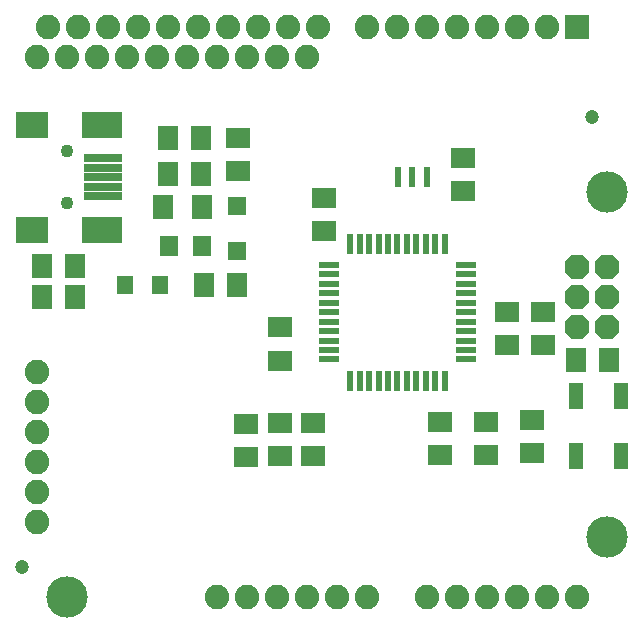
<source format=gts>
G75*
%MOIN*%
%OFA0B0*%
%FSLAX24Y24*%
%IPPOS*%
%LPD*%
%AMOC8*
5,1,8,0,0,1.08239X$1,22.5*
%
%ADD10R,0.0789X0.0710*%
%ADD11R,0.0710X0.0790*%
%ADD12R,0.0552X0.0631*%
%ADD13R,0.0790X0.0710*%
%ADD14C,0.0474*%
%ADD15R,0.0710X0.0789*%
%ADD16R,0.0631X0.0631*%
%ADD17R,0.0631X0.0710*%
%ADD18R,0.0671X0.0218*%
%ADD19R,0.0218X0.0671*%
%ADD20R,0.1300X0.0277*%
%ADD21R,0.1064X0.0867*%
%ADD22R,0.1379X0.0867*%
%ADD23C,0.0434*%
%ADD24C,0.0820*%
%ADD25R,0.0820X0.0820*%
%ADD26OC8,0.0820*%
%ADD27R,0.0474X0.0867*%
%ADD28C,0.1380*%
%ADD29R,0.0210X0.0710*%
D10*
X008400Y005899D03*
X008400Y007001D03*
X009550Y007026D03*
X010650Y007026D03*
X010650Y005924D03*
X009550Y005924D03*
X014875Y005974D03*
X014875Y007076D03*
X016400Y007076D03*
X016400Y005974D03*
X017100Y009624D03*
X017100Y010726D03*
X018300Y010726D03*
X018300Y009624D03*
X015625Y014774D03*
X015625Y015876D03*
X011000Y014526D03*
X011000Y013424D03*
X008150Y015424D03*
X008150Y016526D03*
D11*
X006910Y016525D03*
X005790Y016525D03*
X005790Y015325D03*
X006910Y015325D03*
X006990Y011625D03*
X008110Y011625D03*
X002710Y011225D03*
X001590Y011225D03*
D12*
X004359Y011625D03*
X005541Y011625D03*
D13*
X009550Y010235D03*
X009550Y009115D03*
X017950Y007147D03*
X017950Y006028D03*
D14*
X000950Y002225D03*
X019950Y017225D03*
D15*
X019399Y009125D03*
X020501Y009125D03*
X006951Y014225D03*
X005649Y014225D03*
X002701Y012275D03*
X001599Y012275D03*
D16*
X008100Y012777D03*
X008100Y014273D03*
D17*
X006951Y012925D03*
X005849Y012925D03*
D18*
X011167Y012300D03*
X011167Y011985D03*
X011167Y011670D03*
X011167Y011355D03*
X011167Y011040D03*
X011167Y010725D03*
X011167Y010410D03*
X011167Y010095D03*
X011167Y009780D03*
X011167Y009465D03*
X011167Y009150D03*
X015733Y009150D03*
X015733Y009465D03*
X015733Y009780D03*
X015733Y010095D03*
X015733Y010410D03*
X015733Y010725D03*
X015733Y011040D03*
X015733Y011355D03*
X015733Y011670D03*
X015733Y011985D03*
X015733Y012300D03*
D19*
X015025Y013008D03*
X014710Y013008D03*
X014395Y013008D03*
X014080Y013008D03*
X013765Y013008D03*
X013450Y013008D03*
X013135Y013008D03*
X012820Y013008D03*
X012505Y013008D03*
X012190Y013008D03*
X011875Y013008D03*
X011875Y008442D03*
X012190Y008442D03*
X012505Y008442D03*
X012820Y008442D03*
X013135Y008442D03*
X013450Y008442D03*
X013765Y008442D03*
X014080Y008442D03*
X014395Y008442D03*
X014710Y008442D03*
X015025Y008442D03*
D20*
X003631Y014595D03*
X003631Y014910D03*
X003631Y015225D03*
X003631Y015540D03*
X003631Y015855D03*
D21*
X001269Y016977D03*
X001269Y013473D03*
D22*
X003592Y013473D03*
X003592Y016977D03*
D23*
X002450Y016091D03*
X002450Y014359D03*
D24*
X002450Y019225D03*
X001450Y019225D03*
X001800Y020225D03*
X002800Y020225D03*
X003800Y020225D03*
X004800Y020225D03*
X005800Y020225D03*
X006800Y020225D03*
X007800Y020225D03*
X008800Y020225D03*
X009800Y020225D03*
X010800Y020225D03*
X010450Y019225D03*
X009450Y019225D03*
X008450Y019225D03*
X007450Y019225D03*
X006450Y019225D03*
X005450Y019225D03*
X004450Y019225D03*
X003450Y019225D03*
X012450Y020225D03*
X013450Y020225D03*
X014450Y020225D03*
X015450Y020225D03*
X016450Y020225D03*
X017450Y020225D03*
X018450Y020225D03*
X001450Y008725D03*
X001450Y007725D03*
X001450Y006725D03*
X001450Y005725D03*
X001450Y004725D03*
X001450Y003725D03*
X007450Y001225D03*
X008450Y001225D03*
X009450Y001225D03*
X010450Y001225D03*
X011450Y001225D03*
X012450Y001225D03*
X014450Y001225D03*
X015450Y001225D03*
X016450Y001225D03*
X017450Y001225D03*
X018450Y001225D03*
X019450Y001225D03*
D25*
X019450Y020225D03*
D26*
X019450Y012225D03*
X019450Y011225D03*
X019450Y010225D03*
X020450Y010225D03*
X020450Y011225D03*
X020450Y012225D03*
D27*
X020900Y007925D03*
X019400Y007925D03*
X019400Y005925D03*
X020900Y005925D03*
D28*
X020450Y003225D03*
X020450Y014725D03*
X002450Y001225D03*
D29*
X013478Y015225D03*
X013950Y015225D03*
X014422Y015225D03*
M02*

</source>
